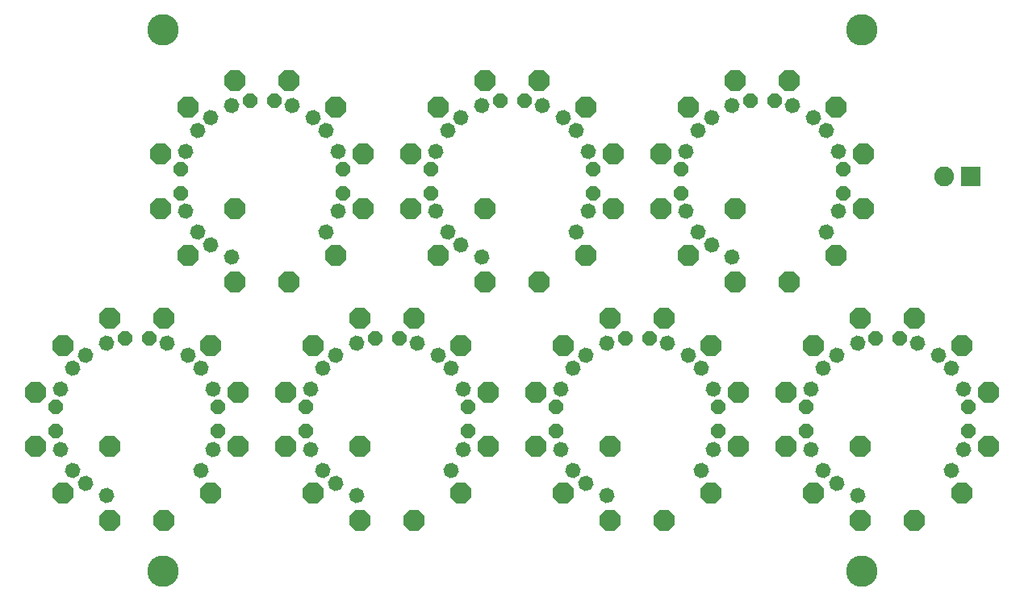
<source format=gbr>
G04 EAGLE Gerber RS-274X export*
G75*
%MOMM*%
%FSLAX34Y34*%
%LPD*%
%INSoldermask Bottom*%
%IPPOS*%
%AMOC8*
5,1,8,0,0,1.08239X$1,22.5*%
G01*
%ADD10C,3.303200*%
%ADD11P,2.364373X8X22.500000*%
%ADD12P,1.649562X8X172.500000*%
%ADD13P,1.649562X8X142.500000*%
%ADD14P,1.649562X8X112.500000*%
%ADD15P,1.649562X8X82.500000*%
%ADD16P,1.649562X8X52.500000*%
%ADD17P,1.649562X8X22.500000*%
%ADD18P,1.649562X8X352.500000*%
%ADD19P,1.649562X8X322.500000*%
%ADD20P,1.649562X8X292.500000*%
%ADD21P,1.649562X8X262.500000*%
%ADD22R,2.082800X2.082800*%
%ADD23C,2.082800*%


D10*
X158500Y669500D03*
X891500Y669500D03*
X891500Y100500D03*
X158500Y100500D03*
D11*
X890048Y231298D03*
X841026Y182276D03*
X890302Y153828D03*
X947198Y153828D03*
X996474Y182276D03*
X1024922Y231552D03*
X1024922Y288448D03*
X996474Y337724D03*
X947198Y366172D03*
X890302Y366172D03*
X841026Y337724D03*
X812578Y288448D03*
X812578Y231552D03*
X627548Y231298D03*
X578526Y182276D03*
X627802Y153828D03*
X684698Y153828D03*
X733974Y182276D03*
X762422Y231552D03*
X762422Y288448D03*
X733974Y337724D03*
X684698Y366172D03*
X627802Y366172D03*
X578526Y337724D03*
X550078Y288448D03*
X550078Y231552D03*
X365048Y231298D03*
X316026Y182276D03*
X365302Y153828D03*
X422198Y153828D03*
X471474Y182276D03*
X499922Y231552D03*
X499922Y288448D03*
X471474Y337724D03*
X422198Y366172D03*
X365302Y366172D03*
X316026Y337724D03*
X287578Y288448D03*
X287578Y231552D03*
X102548Y231298D03*
X53526Y182276D03*
X102802Y153828D03*
X159698Y153828D03*
X208974Y182276D03*
X237422Y231552D03*
X237422Y288448D03*
X208974Y337724D03*
X159698Y366172D03*
X102802Y366172D03*
X53526Y337724D03*
X25078Y288448D03*
X25078Y231552D03*
X233798Y481298D03*
X184776Y432276D03*
X234052Y403828D03*
X290948Y403828D03*
X340224Y432276D03*
X368672Y481552D03*
X368672Y538448D03*
X340224Y587724D03*
X290948Y616172D03*
X234052Y616172D03*
X184776Y587724D03*
X156328Y538448D03*
X156328Y481552D03*
X496298Y481298D03*
X447276Y432276D03*
X496552Y403828D03*
X553448Y403828D03*
X602724Y432276D03*
X631172Y481552D03*
X631172Y538448D03*
X602724Y587724D03*
X553448Y616172D03*
X496552Y616172D03*
X447276Y587724D03*
X418828Y538448D03*
X418828Y481552D03*
X758798Y481298D03*
X709776Y432276D03*
X759052Y403828D03*
X815948Y403828D03*
X865224Y432276D03*
X893672Y481552D03*
X893672Y538448D03*
X865224Y587724D03*
X815948Y616172D03*
X759052Y616172D03*
X709776Y587724D03*
X681328Y538448D03*
X681328Y481552D03*
D12*
X887249Y180038D03*
X865252Y192738D03*
D13*
X851488Y206501D03*
X838788Y228499D03*
D14*
X833750Y247300D03*
X833750Y272700D03*
D15*
X838788Y291501D03*
X851488Y313499D03*
D16*
X865252Y327262D03*
X887249Y339962D03*
D17*
X906050Y345000D03*
X931450Y345000D03*
D18*
X950252Y339962D03*
X972249Y327262D03*
D19*
X986012Y313499D03*
X998712Y291501D03*
D20*
X1003750Y272700D03*
X1003750Y247300D03*
D21*
X998712Y228499D03*
X986012Y206501D03*
D12*
X624749Y180038D03*
X602752Y192738D03*
D13*
X588988Y206501D03*
X576288Y228499D03*
D14*
X571250Y247300D03*
X571250Y272700D03*
D15*
X576288Y291501D03*
X588988Y313499D03*
D16*
X602752Y327262D03*
X624749Y339962D03*
D17*
X643550Y345000D03*
X668950Y345000D03*
D18*
X687752Y339962D03*
X709749Y327262D03*
D19*
X723512Y313499D03*
X736212Y291501D03*
D20*
X741250Y272700D03*
X741250Y247300D03*
D21*
X736212Y228499D03*
X723512Y206501D03*
D12*
X362249Y180038D03*
X340252Y192738D03*
D13*
X326488Y206501D03*
X313788Y228499D03*
D14*
X308750Y247300D03*
X308750Y272700D03*
D15*
X313788Y291501D03*
X326488Y313499D03*
D16*
X340252Y327262D03*
X362249Y339962D03*
D17*
X381050Y345000D03*
X406450Y345000D03*
D18*
X425252Y339962D03*
X447249Y327262D03*
D19*
X461012Y313499D03*
X473712Y291501D03*
D20*
X478750Y272700D03*
X478750Y247300D03*
D21*
X473712Y228499D03*
X461012Y206501D03*
D12*
X99749Y180038D03*
X77752Y192738D03*
D13*
X63988Y206501D03*
X51288Y228499D03*
D14*
X46250Y247300D03*
X46250Y272700D03*
D15*
X51288Y291501D03*
X63988Y313499D03*
D16*
X77752Y327262D03*
X99749Y339962D03*
D17*
X118550Y345000D03*
X143950Y345000D03*
D18*
X162752Y339962D03*
X184749Y327262D03*
D19*
X198512Y313499D03*
X211212Y291501D03*
D20*
X216250Y272700D03*
X216250Y247300D03*
D21*
X211212Y228499D03*
X198512Y206501D03*
D12*
X755999Y430038D03*
X734002Y442738D03*
D13*
X720238Y456501D03*
X707538Y478499D03*
D14*
X702500Y497300D03*
X702500Y522700D03*
D15*
X707538Y541501D03*
X720238Y563499D03*
D16*
X734002Y577262D03*
X755999Y589962D03*
D17*
X774800Y595000D03*
X800200Y595000D03*
D18*
X819002Y589962D03*
X840999Y577262D03*
D19*
X854762Y563499D03*
X867462Y541501D03*
D20*
X872500Y522700D03*
X872500Y497300D03*
D21*
X867462Y478499D03*
X854762Y456501D03*
D12*
X493499Y430038D03*
X471502Y442738D03*
D13*
X457738Y456501D03*
X445038Y478499D03*
D14*
X440000Y497300D03*
X440000Y522700D03*
D15*
X445038Y541501D03*
X457738Y563499D03*
D16*
X471502Y577262D03*
X493499Y589962D03*
D17*
X512300Y595000D03*
X537700Y595000D03*
D18*
X556502Y589962D03*
X578499Y577262D03*
D19*
X592262Y563499D03*
X604962Y541501D03*
D20*
X610000Y522700D03*
X610000Y497300D03*
D21*
X604962Y478499D03*
X592262Y456501D03*
D12*
X230999Y430038D03*
X209002Y442738D03*
D13*
X195238Y456501D03*
X182538Y478499D03*
D14*
X177500Y497300D03*
X177500Y522700D03*
D15*
X182538Y541501D03*
X195238Y563499D03*
D16*
X209002Y577262D03*
X230999Y589962D03*
D17*
X249800Y595000D03*
X275200Y595000D03*
D18*
X294002Y589962D03*
X315999Y577262D03*
D19*
X329762Y563499D03*
X342462Y541501D03*
D20*
X347500Y522700D03*
X347500Y497300D03*
D21*
X342462Y478499D03*
X329762Y456501D03*
D22*
X1006270Y515000D03*
D23*
X978330Y515000D03*
M02*

</source>
